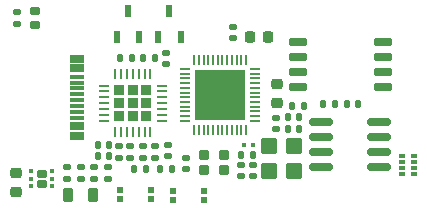
<source format=gtp>
G04 #@! TF.GenerationSoftware,KiCad,Pcbnew,8.0.2*
G04 #@! TF.CreationDate,2024-11-05T23:07:32+05:00*
G04 #@! TF.ProjectId,V1,56312e6b-6963-4616-945f-706362585858,r0.1*
G04 #@! TF.SameCoordinates,Original*
G04 #@! TF.FileFunction,Paste,Top*
G04 #@! TF.FilePolarity,Positive*
%FSLAX46Y46*%
G04 Gerber Fmt 4.6, Leading zero omitted, Abs format (unit mm)*
G04 Created by KiCad (PCBNEW 8.0.2) date 2024-11-05 23:07:32*
%MOMM*%
%LPD*%
G01*
G04 APERTURE LIST*
G04 Aperture macros list*
%AMRoundRect*
0 Rectangle with rounded corners*
0 $1 Rounding radius*
0 $2 $3 $4 $5 $6 $7 $8 $9 X,Y pos of 4 corners*
0 Add a 4 corners polygon primitive as box body*
4,1,4,$2,$3,$4,$5,$6,$7,$8,$9,$2,$3,0*
0 Add four circle primitives for the rounded corners*
1,1,$1+$1,$2,$3*
1,1,$1+$1,$4,$5*
1,1,$1+$1,$6,$7*
1,1,$1+$1,$8,$9*
0 Add four rect primitives between the rounded corners*
20,1,$1+$1,$2,$3,$4,$5,0*
20,1,$1+$1,$4,$5,$6,$7,0*
20,1,$1+$1,$6,$7,$8,$9,0*
20,1,$1+$1,$8,$9,$2,$3,0*%
G04 Aperture macros list end*
%ADD10R,0.550000X0.550000*%
%ADD11RoundRect,0.174375X0.253125X-0.174375X0.253125X0.174375X-0.253125X0.174375X-0.253125X-0.174375X0*%
%ADD12RoundRect,0.147500X0.172500X-0.147500X0.172500X0.147500X-0.172500X0.147500X-0.172500X-0.147500X0*%
%ADD13RoundRect,0.075000X-0.550000X0.225000X-0.550000X-0.225000X0.550000X-0.225000X0.550000X0.225000X0*%
%ADD14RoundRect,0.075000X-0.550000X0.075000X-0.550000X-0.075000X0.550000X-0.075000X0.550000X0.075000X0*%
%ADD15RoundRect,0.218750X0.256250X-0.218750X0.256250X0.218750X-0.256250X0.218750X-0.256250X-0.218750X0*%
%ADD16RoundRect,0.147500X-0.172500X0.147500X-0.172500X-0.147500X0.172500X-0.147500X0.172500X0.147500X0*%
%ADD17RoundRect,0.147500X0.147500X0.172500X-0.147500X0.172500X-0.147500X-0.172500X0.147500X-0.172500X0*%
%ADD18RoundRect,0.225000X-0.225000X-0.225000X0.225000X-0.225000X0.225000X0.225000X-0.225000X0.225000X0*%
%ADD19RoundRect,0.062500X-0.337500X-0.062500X0.337500X-0.062500X0.337500X0.062500X-0.337500X0.062500X0*%
%ADD20RoundRect,0.062500X-0.062500X-0.337500X0.062500X-0.337500X0.062500X0.337500X-0.062500X0.337500X0*%
%ADD21RoundRect,0.135000X0.135000X0.185000X-0.135000X0.185000X-0.135000X-0.185000X0.135000X-0.185000X0*%
%ADD22RoundRect,0.172500X0.262500X0.172500X-0.262500X0.172500X-0.262500X-0.172500X0.262500X-0.172500X0*%
%ADD23RoundRect,0.093750X0.093750X0.106250X-0.093750X0.106250X-0.093750X-0.106250X0.093750X-0.106250X0*%
%ADD24RoundRect,0.150000X0.650000X0.150000X-0.650000X0.150000X-0.650000X-0.150000X0.650000X-0.150000X0*%
%ADD25RoundRect,0.135000X-0.185000X0.135000X-0.185000X-0.135000X0.185000X-0.135000X0.185000X0.135000X0*%
%ADD26RoundRect,0.135000X-0.135000X-0.185000X0.135000X-0.185000X0.135000X0.185000X-0.135000X0.185000X0*%
%ADD27RoundRect,0.218750X-0.218750X-0.256250X0.218750X-0.256250X0.218750X0.256250X-0.218750X0.256250X0*%
%ADD28R,0.500000X0.400000*%
%ADD29R,0.500000X0.300000*%
%ADD30R,0.600000X1.100000*%
%ADD31RoundRect,0.147500X-0.147500X-0.172500X0.147500X-0.172500X0.147500X0.172500X-0.147500X0.172500X0*%
%ADD32RoundRect,0.140000X-0.140000X-0.170000X0.140000X-0.170000X0.140000X0.170000X-0.140000X0.170000X0*%
%ADD33RoundRect,0.135000X0.185000X-0.135000X0.185000X0.135000X-0.185000X0.135000X-0.185000X-0.135000X0*%
%ADD34RoundRect,0.200000X-0.250000X0.200000X-0.250000X-0.200000X0.250000X-0.200000X0.250000X0.200000X0*%
%ADD35RoundRect,0.140000X0.170000X-0.140000X0.170000X0.140000X-0.170000X0.140000X-0.170000X-0.140000X0*%
%ADD36RoundRect,0.135000X0.540000X0.540000X-0.540000X0.540000X-0.540000X-0.540000X0.540000X-0.540000X0*%
%ADD37RoundRect,0.218750X-0.218750X-0.381250X0.218750X-0.381250X0.218750X0.381250X-0.218750X0.381250X0*%
%ADD38R,0.850000X0.200000*%
%ADD39R,0.200000X0.850000*%
%ADD40R,4.350000X4.350000*%
%ADD41RoundRect,0.150000X0.825000X0.150000X-0.825000X0.150000X-0.825000X-0.150000X0.825000X-0.150000X0*%
%ADD42RoundRect,0.225000X-0.250000X0.225000X-0.250000X-0.225000X0.250000X-0.225000X0.250000X0.225000X0*%
%ADD43RoundRect,0.079500X-0.079500X-0.100500X0.079500X-0.100500X0.079500X0.100500X-0.079500X0.100500X0*%
G04 APERTURE END LIST*
D10*
X112575000Y-108075000D03*
X112575000Y-107325000D03*
X109925000Y-107325000D03*
X109925000Y-108075000D03*
D11*
X102700000Y-93387500D03*
X102700000Y-92212500D03*
D12*
X119500000Y-94485000D03*
X119500000Y-93515000D03*
D13*
X106245000Y-96250000D03*
X106245000Y-97050000D03*
D14*
X106245000Y-98250000D03*
X106245000Y-99250000D03*
X106245000Y-99750000D03*
X106245000Y-100750000D03*
D13*
X106245000Y-101950000D03*
X106245000Y-102750000D03*
X106245000Y-102750000D03*
X106245000Y-101950000D03*
D14*
X106245000Y-101250000D03*
X106245000Y-100250000D03*
X106245000Y-98750000D03*
X106245000Y-97750000D03*
D13*
X106245000Y-97050000D03*
X106245000Y-96250000D03*
D15*
X123200000Y-99987500D03*
X123200000Y-98412500D03*
D16*
X101200000Y-92315000D03*
X101200000Y-93285000D03*
D17*
X112085000Y-105600000D03*
X111115000Y-105600000D03*
D12*
X113800000Y-96685000D03*
X113800000Y-95715000D03*
D18*
X109880000Y-98880000D03*
X109880000Y-100000000D03*
X109880000Y-101120000D03*
X111000000Y-98880000D03*
X111000000Y-100000000D03*
X111000000Y-101120000D03*
X112120000Y-98880000D03*
X112120000Y-100000000D03*
X112120000Y-101120000D03*
D19*
X108550000Y-98500000D03*
X108550000Y-99000000D03*
X108550000Y-99500000D03*
X108550000Y-100000000D03*
X108550000Y-100500000D03*
X108550000Y-101000000D03*
X108550000Y-101500000D03*
D20*
X109500000Y-102450000D03*
X110000000Y-102450000D03*
X110500000Y-102450000D03*
X111000000Y-102450000D03*
X111500000Y-102450000D03*
X112000000Y-102450000D03*
X112500000Y-102450000D03*
D19*
X113450000Y-101500000D03*
X113450000Y-101000000D03*
X113450000Y-100500000D03*
X113450000Y-100000000D03*
X113450000Y-99500000D03*
X113450000Y-99000000D03*
X113450000Y-98500000D03*
D20*
X112500000Y-97550000D03*
X112000000Y-97550000D03*
X111500000Y-97550000D03*
X111000000Y-97550000D03*
X110500000Y-97550000D03*
X110000000Y-97550000D03*
X109500000Y-97550000D03*
D21*
X114310000Y-105600000D03*
X113290000Y-105600000D03*
D22*
X103300000Y-106800000D03*
X103300000Y-106000000D03*
D23*
X104187500Y-107050000D03*
X104187500Y-106400000D03*
X104187500Y-105750000D03*
X102412500Y-105750000D03*
X102412500Y-106400000D03*
X102412500Y-107050000D03*
D16*
X115500000Y-104615000D03*
X115500000Y-105585000D03*
D24*
X132200000Y-98605000D03*
X132200000Y-97335000D03*
X132200000Y-96065000D03*
X132200000Y-94795000D03*
X125000000Y-94795000D03*
X125000000Y-96065000D03*
X125000000Y-97335000D03*
X125000000Y-98605000D03*
D25*
X110800000Y-103590000D03*
X110800000Y-104610000D03*
D26*
X109890000Y-96200000D03*
X110910000Y-96200000D03*
D27*
X120912500Y-94400000D03*
X122487500Y-94400000D03*
D28*
X133800000Y-104450000D03*
D29*
X133800000Y-104950000D03*
X133800000Y-105450000D03*
D28*
X133800000Y-105950000D03*
X134800000Y-105950000D03*
D29*
X134800000Y-105450000D03*
X134800000Y-104950000D03*
D28*
X134800000Y-104450000D03*
D30*
X113150000Y-94400000D03*
X115050000Y-94400000D03*
X114100000Y-92200000D03*
D16*
X123100000Y-101215000D03*
X123100000Y-102185000D03*
D31*
X124115000Y-102200000D03*
X125085000Y-102200000D03*
D32*
X108020000Y-104500000D03*
X108980000Y-104500000D03*
D10*
X114425000Y-107425000D03*
X114425000Y-108175000D03*
X117075000Y-108175000D03*
X117075000Y-107425000D03*
D12*
X120200000Y-106185000D03*
X120200000Y-105215000D03*
D25*
X105400000Y-105390000D03*
X105400000Y-106410000D03*
D33*
X112900000Y-104610000D03*
X112900000Y-103590000D03*
D31*
X129115000Y-100100000D03*
X130085000Y-100100000D03*
D17*
X128085000Y-100100000D03*
X127115000Y-100100000D03*
D31*
X124115000Y-101200000D03*
X125085000Y-101200000D03*
D34*
X118725000Y-104375000D03*
X117075000Y-104375000D03*
X117075000Y-105625000D03*
X118725000Y-105625000D03*
D32*
X108040000Y-103530000D03*
X109000000Y-103530000D03*
D31*
X124515000Y-100200000D03*
X125485000Y-100200000D03*
D33*
X109800000Y-104610000D03*
X109800000Y-103590000D03*
D35*
X121200000Y-106180000D03*
X121200000Y-105220000D03*
D30*
X109650000Y-94400000D03*
X111550000Y-94400000D03*
X110600000Y-92200000D03*
D36*
X122525000Y-103625000D03*
X124675000Y-105775000D03*
X124675000Y-103625000D03*
X122525000Y-105775000D03*
D35*
X107700000Y-106380000D03*
X107700000Y-105420000D03*
D37*
X105537500Y-107800000D03*
X107662500Y-107800000D03*
D25*
X111900000Y-103590000D03*
X111900000Y-104610000D03*
D38*
X121350000Y-101500000D03*
X121350000Y-101100000D03*
X121350000Y-100700000D03*
X121350000Y-100300000D03*
X121350000Y-99900000D03*
X121350000Y-99500000D03*
X121350000Y-99100000D03*
X121350000Y-98700000D03*
X121350000Y-98300000D03*
X121350000Y-97900000D03*
X121350000Y-97500000D03*
X121350000Y-97100000D03*
D39*
X120600000Y-96350000D03*
X120200000Y-96350000D03*
X119800000Y-96350000D03*
X119400000Y-96350000D03*
X119000000Y-96350000D03*
X118600000Y-96350000D03*
X118200000Y-96350000D03*
X117800000Y-96350000D03*
X117400000Y-96350000D03*
X117000000Y-96350000D03*
X116600000Y-96350000D03*
X116200000Y-96350000D03*
D38*
X115450000Y-97100000D03*
X115450000Y-97500000D03*
X115450000Y-97900000D03*
X115450000Y-98300000D03*
X115450000Y-98700000D03*
X115450000Y-99100000D03*
X115450000Y-99500000D03*
X115450000Y-99900000D03*
X115450000Y-100300000D03*
X115450000Y-100700000D03*
X115450000Y-101100000D03*
X115450000Y-101500000D03*
D39*
X116200000Y-102250000D03*
X116600000Y-102250000D03*
X117000000Y-102250000D03*
X117400000Y-102250000D03*
X117800000Y-102250000D03*
X118200000Y-102250000D03*
X118600000Y-102250000D03*
X119000000Y-102250000D03*
X119400000Y-102250000D03*
X119800000Y-102250000D03*
X120200000Y-102250000D03*
X120600000Y-102250000D03*
D40*
X118400000Y-99300000D03*
D41*
X131875000Y-105405000D03*
X131875000Y-104135000D03*
X131875000Y-102865000D03*
X131875000Y-101595000D03*
X126925000Y-101595000D03*
X126925000Y-102865000D03*
X126925000Y-104135000D03*
X126925000Y-105405000D03*
D16*
X114000000Y-103515000D03*
X114000000Y-104485000D03*
D42*
X101100000Y-105925000D03*
X101100000Y-107475000D03*
D33*
X106600000Y-106410000D03*
X106600000Y-105390000D03*
D21*
X121210000Y-104400000D03*
X120190000Y-104400000D03*
D43*
X120455000Y-103500000D03*
X121145000Y-103500000D03*
D21*
X112910000Y-96200000D03*
X111890000Y-96200000D03*
D35*
X108900000Y-106380000D03*
X108900000Y-105420000D03*
M02*

</source>
